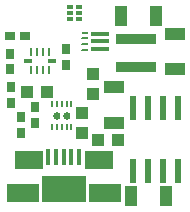
<source format=gtp>
G04 DipTrace 2.4.0.2*
%INUSBBiPower3.2.gtp*%
%MOIN*%
%ADD29R,0.0394X0.0433*%
%ADD30R,0.0433X0.0394*%
%ADD32R,0.071X0.044*%
%ADD33R,0.044X0.071*%
%ADD34R,0.0276X0.0354*%
%ADD35R,0.0354X0.0276*%
%ADD37R,0.0276X0.013*%
%ADD38R,0.011X0.0276*%
%ADD39R,0.0094X0.0276*%
%ADD43O,0.0247X0.0248*%
%ADD44R,0.0094X0.0236*%
%ADD48R,0.0157X0.0531*%
%ADD49R,0.0945X0.063*%
%ADD50R,0.1063X0.063*%
%ADD51R,0.1476X0.0906*%
%ADD52R,0.134X0.038*%
%ADD54C,0.0043*%
%ADD56R,0.0236X0.0098*%
%ADD57O,0.0236X0.0098*%
%ADD58R,0.0646X0.0173*%
%ADD60R,0.0205X0.0118*%
%ADD61R,0.0236X0.0787*%
%FSLAX44Y44*%
G04*
G70*
G90*
G75*
G01*
%LNTopPaste*%
%LPD*%
D29*
X6940Y7240D3*
Y6571D3*
X7316Y8544D3*
Y7875D3*
D30*
X5096Y7938D3*
X5765D3*
D32*
X8016Y8086D3*
Y6906D3*
D33*
X8574Y4455D3*
X9754D3*
D30*
X8127Y6324D3*
X7458D3*
D34*
X6411Y8848D3*
Y9360D3*
X4918Y6577D3*
Y7088D3*
X5368Y6909D3*
Y7420D3*
X4558Y8086D3*
Y7574D3*
X4540Y9200D3*
Y8688D3*
D35*
X4535Y9790D3*
X5047D3*
D37*
X5939Y8971D3*
D38*
X5840Y9267D3*
D39*
X5644D3*
X5447D3*
D38*
X5250D3*
D37*
X5151Y8971D3*
D38*
X5250Y8676D3*
D39*
X5447D3*
X5644D3*
D38*
X5840D3*
D43*
X6102Y7146D3*
X6429Y7144D3*
D44*
X6583Y7541D3*
X6426D3*
X6268D3*
X6111D3*
X5953D3*
Y6754D3*
X6111D3*
X6268D3*
X6426D3*
X6583D3*
D48*
X5822Y5763D3*
X6078D3*
X6333D3*
X6589D3*
X6845D3*
D49*
X5172Y5654D3*
X7495D3*
D50*
X4965Y4572D3*
X7702D3*
D51*
X6333Y4710D3*
D52*
X8750Y8774D3*
Y9704D3*
X6928Y9715D2*
D54*
G02X6928Y9715I20J0D01*
G01*
X7082D2*
G02X7082Y9715I20J0D01*
G01*
X6928Y9518D2*
G02X6928Y9518I20J0D01*
G01*
X7081D2*
G02X7081Y9518I20J0D01*
G01*
X6928Y9322D2*
G02X6928Y9322I20J0D01*
G01*
X7082D2*
G02X7082Y9322I20J0D01*
G01*
D56*
X7025Y9912D3*
D57*
Y9715D3*
Y9518D3*
Y9321D3*
D58*
X7556Y9381D3*
Y9617D3*
Y9853D3*
D33*
X8227Y10470D3*
X9407D3*
D32*
X10039Y8683D3*
Y9863D3*
D60*
X6547Y10755D3*
Y10558D3*
Y10362D3*
X6850D3*
Y10558D3*
Y10755D3*
D61*
X10156Y7411D3*
X9656D3*
X9156D3*
X8656D3*
Y5285D3*
X9156D3*
X9656D3*
X10156D3*
M02*

</source>
